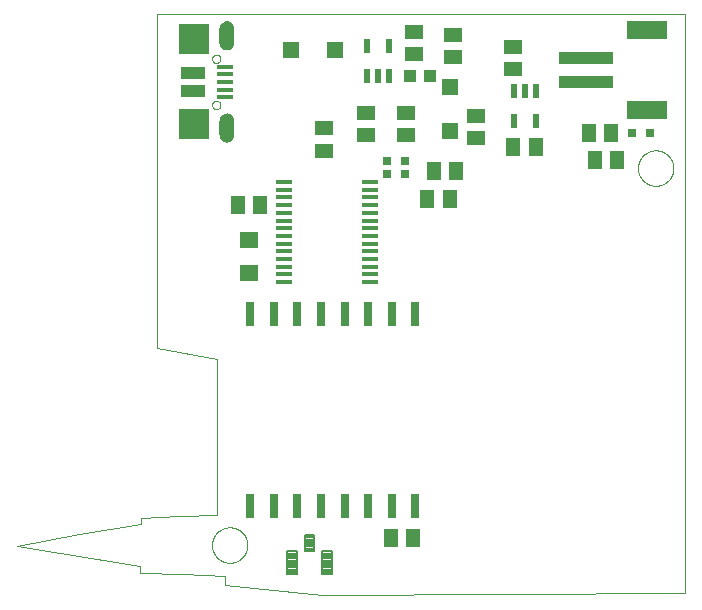
<source format=gtp>
G75*
%MOIN*%
%OFA0B0*%
%FSLAX25Y25*%
%IPPOS*%
%LPD*%
%AMOC8*
5,1,8,0,0,1.08239X$1,22.5*
%
%ADD10C,0.00000*%
%ADD11R,0.05118X0.05906*%
%ADD12R,0.05906X0.05118*%
%ADD13R,0.06299X0.05512*%
%ADD14R,0.03150X0.03150*%
%ADD15R,0.05500X0.01370*%
%ADD16R,0.02165X0.04724*%
%ADD17R,0.18110X0.03937*%
%ADD18R,0.13386X0.06299*%
%ADD19R,0.05512X0.05512*%
%ADD20R,0.04331X0.03937*%
%ADD21C,0.00800*%
%ADD22R,0.03150X0.07874*%
%ADD23R,0.05315X0.01575*%
%ADD24R,0.07874X0.03937*%
%ADD25R,0.09843X0.09843*%
%ADD26C,0.00500*%
D10*
X0005457Y0022435D02*
X0026291Y0026394D01*
X0046791Y0030019D01*
X0046860Y0031852D01*
X0046930Y0032019D01*
X0059694Y0032505D01*
X0072124Y0032991D01*
X0072100Y0032985D02*
X0072125Y0058990D01*
X0072124Y0058963D02*
X0072124Y0084935D01*
X0052124Y0088685D01*
X0052124Y0199797D01*
X0228374Y0199797D01*
X0228374Y0006741D01*
X0167819Y0006394D01*
X0107263Y0006047D01*
X0074902Y0009419D01*
X0074902Y0012574D01*
X0060805Y0013130D01*
X0046707Y0013685D01*
X0046707Y0015908D01*
X0005457Y0022435D01*
X0070553Y0022850D02*
X0070555Y0023003D01*
X0070561Y0023157D01*
X0070571Y0023310D01*
X0070585Y0023462D01*
X0070603Y0023615D01*
X0070625Y0023766D01*
X0070650Y0023917D01*
X0070680Y0024068D01*
X0070714Y0024218D01*
X0070751Y0024366D01*
X0070792Y0024514D01*
X0070837Y0024660D01*
X0070886Y0024806D01*
X0070939Y0024950D01*
X0070995Y0025092D01*
X0071055Y0025233D01*
X0071119Y0025373D01*
X0071186Y0025511D01*
X0071257Y0025647D01*
X0071332Y0025781D01*
X0071409Y0025913D01*
X0071491Y0026043D01*
X0071575Y0026171D01*
X0071663Y0026297D01*
X0071754Y0026420D01*
X0071848Y0026541D01*
X0071946Y0026659D01*
X0072046Y0026775D01*
X0072150Y0026888D01*
X0072256Y0026999D01*
X0072365Y0027107D01*
X0072477Y0027212D01*
X0072591Y0027313D01*
X0072709Y0027412D01*
X0072828Y0027508D01*
X0072950Y0027601D01*
X0073075Y0027690D01*
X0073202Y0027777D01*
X0073331Y0027859D01*
X0073462Y0027939D01*
X0073595Y0028015D01*
X0073730Y0028088D01*
X0073867Y0028157D01*
X0074006Y0028222D01*
X0074146Y0028284D01*
X0074288Y0028342D01*
X0074431Y0028397D01*
X0074576Y0028448D01*
X0074722Y0028495D01*
X0074869Y0028538D01*
X0075017Y0028577D01*
X0075166Y0028613D01*
X0075316Y0028644D01*
X0075467Y0028672D01*
X0075618Y0028696D01*
X0075771Y0028716D01*
X0075923Y0028732D01*
X0076076Y0028744D01*
X0076229Y0028752D01*
X0076382Y0028756D01*
X0076536Y0028756D01*
X0076689Y0028752D01*
X0076842Y0028744D01*
X0076995Y0028732D01*
X0077147Y0028716D01*
X0077300Y0028696D01*
X0077451Y0028672D01*
X0077602Y0028644D01*
X0077752Y0028613D01*
X0077901Y0028577D01*
X0078049Y0028538D01*
X0078196Y0028495D01*
X0078342Y0028448D01*
X0078487Y0028397D01*
X0078630Y0028342D01*
X0078772Y0028284D01*
X0078912Y0028222D01*
X0079051Y0028157D01*
X0079188Y0028088D01*
X0079323Y0028015D01*
X0079456Y0027939D01*
X0079587Y0027859D01*
X0079716Y0027777D01*
X0079843Y0027690D01*
X0079968Y0027601D01*
X0080090Y0027508D01*
X0080209Y0027412D01*
X0080327Y0027313D01*
X0080441Y0027212D01*
X0080553Y0027107D01*
X0080662Y0026999D01*
X0080768Y0026888D01*
X0080872Y0026775D01*
X0080972Y0026659D01*
X0081070Y0026541D01*
X0081164Y0026420D01*
X0081255Y0026297D01*
X0081343Y0026171D01*
X0081427Y0026043D01*
X0081509Y0025913D01*
X0081586Y0025781D01*
X0081661Y0025647D01*
X0081732Y0025511D01*
X0081799Y0025373D01*
X0081863Y0025233D01*
X0081923Y0025092D01*
X0081979Y0024950D01*
X0082032Y0024806D01*
X0082081Y0024660D01*
X0082126Y0024514D01*
X0082167Y0024366D01*
X0082204Y0024218D01*
X0082238Y0024068D01*
X0082268Y0023917D01*
X0082293Y0023766D01*
X0082315Y0023615D01*
X0082333Y0023462D01*
X0082347Y0023310D01*
X0082357Y0023157D01*
X0082363Y0023003D01*
X0082365Y0022850D01*
X0082363Y0022697D01*
X0082357Y0022543D01*
X0082347Y0022390D01*
X0082333Y0022238D01*
X0082315Y0022085D01*
X0082293Y0021934D01*
X0082268Y0021783D01*
X0082238Y0021632D01*
X0082204Y0021482D01*
X0082167Y0021334D01*
X0082126Y0021186D01*
X0082081Y0021040D01*
X0082032Y0020894D01*
X0081979Y0020750D01*
X0081923Y0020608D01*
X0081863Y0020467D01*
X0081799Y0020327D01*
X0081732Y0020189D01*
X0081661Y0020053D01*
X0081586Y0019919D01*
X0081509Y0019787D01*
X0081427Y0019657D01*
X0081343Y0019529D01*
X0081255Y0019403D01*
X0081164Y0019280D01*
X0081070Y0019159D01*
X0080972Y0019041D01*
X0080872Y0018925D01*
X0080768Y0018812D01*
X0080662Y0018701D01*
X0080553Y0018593D01*
X0080441Y0018488D01*
X0080327Y0018387D01*
X0080209Y0018288D01*
X0080090Y0018192D01*
X0079968Y0018099D01*
X0079843Y0018010D01*
X0079716Y0017923D01*
X0079587Y0017841D01*
X0079456Y0017761D01*
X0079323Y0017685D01*
X0079188Y0017612D01*
X0079051Y0017543D01*
X0078912Y0017478D01*
X0078772Y0017416D01*
X0078630Y0017358D01*
X0078487Y0017303D01*
X0078342Y0017252D01*
X0078196Y0017205D01*
X0078049Y0017162D01*
X0077901Y0017123D01*
X0077752Y0017087D01*
X0077602Y0017056D01*
X0077451Y0017028D01*
X0077300Y0017004D01*
X0077147Y0016984D01*
X0076995Y0016968D01*
X0076842Y0016956D01*
X0076689Y0016948D01*
X0076536Y0016944D01*
X0076382Y0016944D01*
X0076229Y0016948D01*
X0076076Y0016956D01*
X0075923Y0016968D01*
X0075771Y0016984D01*
X0075618Y0017004D01*
X0075467Y0017028D01*
X0075316Y0017056D01*
X0075166Y0017087D01*
X0075017Y0017123D01*
X0074869Y0017162D01*
X0074722Y0017205D01*
X0074576Y0017252D01*
X0074431Y0017303D01*
X0074288Y0017358D01*
X0074146Y0017416D01*
X0074006Y0017478D01*
X0073867Y0017543D01*
X0073730Y0017612D01*
X0073595Y0017685D01*
X0073462Y0017761D01*
X0073331Y0017841D01*
X0073202Y0017923D01*
X0073075Y0018010D01*
X0072950Y0018099D01*
X0072828Y0018192D01*
X0072709Y0018288D01*
X0072591Y0018387D01*
X0072477Y0018488D01*
X0072365Y0018593D01*
X0072256Y0018701D01*
X0072150Y0018812D01*
X0072046Y0018925D01*
X0071946Y0019041D01*
X0071848Y0019159D01*
X0071754Y0019280D01*
X0071663Y0019403D01*
X0071575Y0019529D01*
X0071491Y0019657D01*
X0071409Y0019787D01*
X0071332Y0019919D01*
X0071257Y0020053D01*
X0071186Y0020189D01*
X0071119Y0020327D01*
X0071055Y0020467D01*
X0070995Y0020608D01*
X0070939Y0020750D01*
X0070886Y0020894D01*
X0070837Y0021040D01*
X0070792Y0021186D01*
X0070751Y0021334D01*
X0070714Y0021482D01*
X0070680Y0021632D01*
X0070650Y0021783D01*
X0070625Y0021934D01*
X0070603Y0022085D01*
X0070585Y0022238D01*
X0070571Y0022390D01*
X0070561Y0022543D01*
X0070555Y0022697D01*
X0070553Y0022850D01*
X0212539Y0148504D02*
X0212541Y0148657D01*
X0212547Y0148811D01*
X0212557Y0148964D01*
X0212571Y0149116D01*
X0212589Y0149269D01*
X0212611Y0149420D01*
X0212636Y0149571D01*
X0212666Y0149722D01*
X0212700Y0149872D01*
X0212737Y0150020D01*
X0212778Y0150168D01*
X0212823Y0150314D01*
X0212872Y0150460D01*
X0212925Y0150604D01*
X0212981Y0150746D01*
X0213041Y0150887D01*
X0213105Y0151027D01*
X0213172Y0151165D01*
X0213243Y0151301D01*
X0213318Y0151435D01*
X0213395Y0151567D01*
X0213477Y0151697D01*
X0213561Y0151825D01*
X0213649Y0151951D01*
X0213740Y0152074D01*
X0213834Y0152195D01*
X0213932Y0152313D01*
X0214032Y0152429D01*
X0214136Y0152542D01*
X0214242Y0152653D01*
X0214351Y0152761D01*
X0214463Y0152866D01*
X0214577Y0152967D01*
X0214695Y0153066D01*
X0214814Y0153162D01*
X0214936Y0153255D01*
X0215061Y0153344D01*
X0215188Y0153431D01*
X0215317Y0153513D01*
X0215448Y0153593D01*
X0215581Y0153669D01*
X0215716Y0153742D01*
X0215853Y0153811D01*
X0215992Y0153876D01*
X0216132Y0153938D01*
X0216274Y0153996D01*
X0216417Y0154051D01*
X0216562Y0154102D01*
X0216708Y0154149D01*
X0216855Y0154192D01*
X0217003Y0154231D01*
X0217152Y0154267D01*
X0217302Y0154298D01*
X0217453Y0154326D01*
X0217604Y0154350D01*
X0217757Y0154370D01*
X0217909Y0154386D01*
X0218062Y0154398D01*
X0218215Y0154406D01*
X0218368Y0154410D01*
X0218522Y0154410D01*
X0218675Y0154406D01*
X0218828Y0154398D01*
X0218981Y0154386D01*
X0219133Y0154370D01*
X0219286Y0154350D01*
X0219437Y0154326D01*
X0219588Y0154298D01*
X0219738Y0154267D01*
X0219887Y0154231D01*
X0220035Y0154192D01*
X0220182Y0154149D01*
X0220328Y0154102D01*
X0220473Y0154051D01*
X0220616Y0153996D01*
X0220758Y0153938D01*
X0220898Y0153876D01*
X0221037Y0153811D01*
X0221174Y0153742D01*
X0221309Y0153669D01*
X0221442Y0153593D01*
X0221573Y0153513D01*
X0221702Y0153431D01*
X0221829Y0153344D01*
X0221954Y0153255D01*
X0222076Y0153162D01*
X0222195Y0153066D01*
X0222313Y0152967D01*
X0222427Y0152866D01*
X0222539Y0152761D01*
X0222648Y0152653D01*
X0222754Y0152542D01*
X0222858Y0152429D01*
X0222958Y0152313D01*
X0223056Y0152195D01*
X0223150Y0152074D01*
X0223241Y0151951D01*
X0223329Y0151825D01*
X0223413Y0151697D01*
X0223495Y0151567D01*
X0223572Y0151435D01*
X0223647Y0151301D01*
X0223718Y0151165D01*
X0223785Y0151027D01*
X0223849Y0150887D01*
X0223909Y0150746D01*
X0223965Y0150604D01*
X0224018Y0150460D01*
X0224067Y0150314D01*
X0224112Y0150168D01*
X0224153Y0150020D01*
X0224190Y0149872D01*
X0224224Y0149722D01*
X0224254Y0149571D01*
X0224279Y0149420D01*
X0224301Y0149269D01*
X0224319Y0149116D01*
X0224333Y0148964D01*
X0224343Y0148811D01*
X0224349Y0148657D01*
X0224351Y0148504D01*
X0224349Y0148351D01*
X0224343Y0148197D01*
X0224333Y0148044D01*
X0224319Y0147892D01*
X0224301Y0147739D01*
X0224279Y0147588D01*
X0224254Y0147437D01*
X0224224Y0147286D01*
X0224190Y0147136D01*
X0224153Y0146988D01*
X0224112Y0146840D01*
X0224067Y0146694D01*
X0224018Y0146548D01*
X0223965Y0146404D01*
X0223909Y0146262D01*
X0223849Y0146121D01*
X0223785Y0145981D01*
X0223718Y0145843D01*
X0223647Y0145707D01*
X0223572Y0145573D01*
X0223495Y0145441D01*
X0223413Y0145311D01*
X0223329Y0145183D01*
X0223241Y0145057D01*
X0223150Y0144934D01*
X0223056Y0144813D01*
X0222958Y0144695D01*
X0222858Y0144579D01*
X0222754Y0144466D01*
X0222648Y0144355D01*
X0222539Y0144247D01*
X0222427Y0144142D01*
X0222313Y0144041D01*
X0222195Y0143942D01*
X0222076Y0143846D01*
X0221954Y0143753D01*
X0221829Y0143664D01*
X0221702Y0143577D01*
X0221573Y0143495D01*
X0221442Y0143415D01*
X0221309Y0143339D01*
X0221174Y0143266D01*
X0221037Y0143197D01*
X0220898Y0143132D01*
X0220758Y0143070D01*
X0220616Y0143012D01*
X0220473Y0142957D01*
X0220328Y0142906D01*
X0220182Y0142859D01*
X0220035Y0142816D01*
X0219887Y0142777D01*
X0219738Y0142741D01*
X0219588Y0142710D01*
X0219437Y0142682D01*
X0219286Y0142658D01*
X0219133Y0142638D01*
X0218981Y0142622D01*
X0218828Y0142610D01*
X0218675Y0142602D01*
X0218522Y0142598D01*
X0218368Y0142598D01*
X0218215Y0142602D01*
X0218062Y0142610D01*
X0217909Y0142622D01*
X0217757Y0142638D01*
X0217604Y0142658D01*
X0217453Y0142682D01*
X0217302Y0142710D01*
X0217152Y0142741D01*
X0217003Y0142777D01*
X0216855Y0142816D01*
X0216708Y0142859D01*
X0216562Y0142906D01*
X0216417Y0142957D01*
X0216274Y0143012D01*
X0216132Y0143070D01*
X0215992Y0143132D01*
X0215853Y0143197D01*
X0215716Y0143266D01*
X0215581Y0143339D01*
X0215448Y0143415D01*
X0215317Y0143495D01*
X0215188Y0143577D01*
X0215061Y0143664D01*
X0214936Y0143753D01*
X0214814Y0143846D01*
X0214695Y0143942D01*
X0214577Y0144041D01*
X0214463Y0144142D01*
X0214351Y0144247D01*
X0214242Y0144355D01*
X0214136Y0144466D01*
X0214032Y0144579D01*
X0213932Y0144695D01*
X0213834Y0144813D01*
X0213740Y0144934D01*
X0213649Y0145057D01*
X0213561Y0145183D01*
X0213477Y0145311D01*
X0213395Y0145441D01*
X0213318Y0145573D01*
X0213243Y0145707D01*
X0213172Y0145843D01*
X0213105Y0145981D01*
X0213041Y0146121D01*
X0212981Y0146262D01*
X0212925Y0146404D01*
X0212872Y0146548D01*
X0212823Y0146694D01*
X0212778Y0146840D01*
X0212737Y0146988D01*
X0212700Y0147136D01*
X0212666Y0147286D01*
X0212636Y0147437D01*
X0212611Y0147588D01*
X0212589Y0147739D01*
X0212571Y0147892D01*
X0212557Y0148044D01*
X0212547Y0148197D01*
X0212541Y0148351D01*
X0212539Y0148504D01*
X0070603Y0169543D02*
X0070605Y0169617D01*
X0070611Y0169691D01*
X0070621Y0169764D01*
X0070635Y0169837D01*
X0070652Y0169909D01*
X0070674Y0169979D01*
X0070699Y0170049D01*
X0070728Y0170117D01*
X0070761Y0170183D01*
X0070797Y0170248D01*
X0070837Y0170310D01*
X0070879Y0170371D01*
X0070925Y0170429D01*
X0070974Y0170484D01*
X0071026Y0170537D01*
X0071081Y0170587D01*
X0071138Y0170633D01*
X0071198Y0170677D01*
X0071260Y0170717D01*
X0071324Y0170754D01*
X0071390Y0170788D01*
X0071458Y0170818D01*
X0071527Y0170844D01*
X0071598Y0170867D01*
X0071669Y0170885D01*
X0071742Y0170900D01*
X0071815Y0170911D01*
X0071889Y0170918D01*
X0071963Y0170921D01*
X0072036Y0170920D01*
X0072110Y0170915D01*
X0072184Y0170906D01*
X0072257Y0170893D01*
X0072329Y0170876D01*
X0072400Y0170856D01*
X0072470Y0170831D01*
X0072538Y0170803D01*
X0072605Y0170772D01*
X0072670Y0170736D01*
X0072733Y0170698D01*
X0072794Y0170656D01*
X0072853Y0170610D01*
X0072909Y0170562D01*
X0072962Y0170511D01*
X0073012Y0170457D01*
X0073060Y0170400D01*
X0073104Y0170341D01*
X0073146Y0170279D01*
X0073184Y0170216D01*
X0073218Y0170150D01*
X0073249Y0170083D01*
X0073276Y0170014D01*
X0073299Y0169944D01*
X0073319Y0169873D01*
X0073335Y0169800D01*
X0073347Y0169727D01*
X0073355Y0169654D01*
X0073359Y0169580D01*
X0073359Y0169506D01*
X0073355Y0169432D01*
X0073347Y0169359D01*
X0073335Y0169286D01*
X0073319Y0169213D01*
X0073299Y0169142D01*
X0073276Y0169072D01*
X0073249Y0169003D01*
X0073218Y0168936D01*
X0073184Y0168870D01*
X0073146Y0168807D01*
X0073104Y0168745D01*
X0073060Y0168686D01*
X0073012Y0168629D01*
X0072962Y0168575D01*
X0072909Y0168524D01*
X0072853Y0168476D01*
X0072794Y0168430D01*
X0072733Y0168388D01*
X0072670Y0168350D01*
X0072605Y0168314D01*
X0072538Y0168283D01*
X0072470Y0168255D01*
X0072400Y0168230D01*
X0072329Y0168210D01*
X0072257Y0168193D01*
X0072184Y0168180D01*
X0072110Y0168171D01*
X0072036Y0168166D01*
X0071963Y0168165D01*
X0071889Y0168168D01*
X0071815Y0168175D01*
X0071742Y0168186D01*
X0071669Y0168201D01*
X0071598Y0168219D01*
X0071527Y0168242D01*
X0071458Y0168268D01*
X0071390Y0168298D01*
X0071324Y0168332D01*
X0071260Y0168369D01*
X0071198Y0168409D01*
X0071138Y0168453D01*
X0071081Y0168499D01*
X0071026Y0168549D01*
X0070974Y0168602D01*
X0070925Y0168657D01*
X0070879Y0168715D01*
X0070837Y0168776D01*
X0070797Y0168838D01*
X0070761Y0168903D01*
X0070728Y0168969D01*
X0070699Y0169037D01*
X0070674Y0169107D01*
X0070652Y0169177D01*
X0070635Y0169249D01*
X0070621Y0169322D01*
X0070611Y0169395D01*
X0070605Y0169469D01*
X0070603Y0169543D01*
X0065681Y0164819D02*
X0063319Y0164819D01*
X0063242Y0164807D01*
X0063166Y0164792D01*
X0063090Y0164773D01*
X0063016Y0164750D01*
X0062942Y0164724D01*
X0062871Y0164694D01*
X0062800Y0164660D01*
X0062732Y0164624D01*
X0062665Y0164583D01*
X0062600Y0164540D01*
X0062538Y0164494D01*
X0062477Y0164444D01*
X0062420Y0164392D01*
X0062365Y0164336D01*
X0062313Y0164279D01*
X0062263Y0164218D01*
X0062217Y0164156D01*
X0062174Y0164091D01*
X0062134Y0164024D01*
X0062097Y0163955D01*
X0062064Y0163885D01*
X0062034Y0163813D01*
X0062008Y0163739D01*
X0061986Y0163665D01*
X0061967Y0163589D01*
X0061952Y0163513D01*
X0061941Y0163436D01*
X0061933Y0163358D01*
X0061929Y0163280D01*
X0061930Y0163202D01*
X0061933Y0163125D01*
X0061941Y0163047D01*
X0061941Y0163048D02*
X0061933Y0162970D01*
X0061930Y0162893D01*
X0061929Y0162815D01*
X0061933Y0162737D01*
X0061941Y0162659D01*
X0061952Y0162582D01*
X0061967Y0162506D01*
X0061986Y0162430D01*
X0062008Y0162356D01*
X0062034Y0162282D01*
X0062064Y0162210D01*
X0062097Y0162140D01*
X0062134Y0162071D01*
X0062174Y0162004D01*
X0062217Y0161939D01*
X0062263Y0161877D01*
X0062313Y0161816D01*
X0062365Y0161759D01*
X0062420Y0161703D01*
X0062477Y0161651D01*
X0062538Y0161601D01*
X0062600Y0161555D01*
X0062665Y0161512D01*
X0062732Y0161471D01*
X0062800Y0161435D01*
X0062871Y0161401D01*
X0062942Y0161371D01*
X0063016Y0161345D01*
X0063090Y0161322D01*
X0063166Y0161303D01*
X0063242Y0161288D01*
X0063319Y0161276D01*
X0065681Y0161276D01*
X0065682Y0161276D02*
X0065759Y0161288D01*
X0065835Y0161303D01*
X0065911Y0161322D01*
X0065985Y0161345D01*
X0066059Y0161371D01*
X0066130Y0161401D01*
X0066201Y0161435D01*
X0066269Y0161471D01*
X0066336Y0161512D01*
X0066401Y0161555D01*
X0066463Y0161601D01*
X0066524Y0161651D01*
X0066581Y0161703D01*
X0066636Y0161759D01*
X0066688Y0161816D01*
X0066738Y0161877D01*
X0066784Y0161939D01*
X0066827Y0162004D01*
X0066867Y0162071D01*
X0066904Y0162140D01*
X0066937Y0162210D01*
X0066967Y0162282D01*
X0066993Y0162356D01*
X0067015Y0162430D01*
X0067034Y0162506D01*
X0067049Y0162582D01*
X0067060Y0162659D01*
X0067068Y0162737D01*
X0067072Y0162815D01*
X0067071Y0162893D01*
X0067068Y0162970D01*
X0067060Y0163048D01*
X0067060Y0163047D02*
X0067068Y0163125D01*
X0067071Y0163202D01*
X0067072Y0163280D01*
X0067068Y0163358D01*
X0067060Y0163436D01*
X0067049Y0163513D01*
X0067034Y0163589D01*
X0067015Y0163665D01*
X0066993Y0163739D01*
X0066967Y0163813D01*
X0066937Y0163885D01*
X0066904Y0163955D01*
X0066867Y0164024D01*
X0066827Y0164091D01*
X0066784Y0164156D01*
X0066738Y0164218D01*
X0066688Y0164279D01*
X0066636Y0164336D01*
X0066581Y0164392D01*
X0066524Y0164444D01*
X0066463Y0164494D01*
X0066401Y0164540D01*
X0066336Y0164583D01*
X0066269Y0164624D01*
X0066201Y0164660D01*
X0066130Y0164694D01*
X0066059Y0164724D01*
X0065985Y0164750D01*
X0065911Y0164773D01*
X0065835Y0164792D01*
X0065759Y0164807D01*
X0065682Y0164819D01*
X0070603Y0184898D02*
X0070605Y0184972D01*
X0070611Y0185046D01*
X0070621Y0185119D01*
X0070635Y0185192D01*
X0070652Y0185264D01*
X0070674Y0185334D01*
X0070699Y0185404D01*
X0070728Y0185472D01*
X0070761Y0185538D01*
X0070797Y0185603D01*
X0070837Y0185665D01*
X0070879Y0185726D01*
X0070925Y0185784D01*
X0070974Y0185839D01*
X0071026Y0185892D01*
X0071081Y0185942D01*
X0071138Y0185988D01*
X0071198Y0186032D01*
X0071260Y0186072D01*
X0071324Y0186109D01*
X0071390Y0186143D01*
X0071458Y0186173D01*
X0071527Y0186199D01*
X0071598Y0186222D01*
X0071669Y0186240D01*
X0071742Y0186255D01*
X0071815Y0186266D01*
X0071889Y0186273D01*
X0071963Y0186276D01*
X0072036Y0186275D01*
X0072110Y0186270D01*
X0072184Y0186261D01*
X0072257Y0186248D01*
X0072329Y0186231D01*
X0072400Y0186211D01*
X0072470Y0186186D01*
X0072538Y0186158D01*
X0072605Y0186127D01*
X0072670Y0186091D01*
X0072733Y0186053D01*
X0072794Y0186011D01*
X0072853Y0185965D01*
X0072909Y0185917D01*
X0072962Y0185866D01*
X0073012Y0185812D01*
X0073060Y0185755D01*
X0073104Y0185696D01*
X0073146Y0185634D01*
X0073184Y0185571D01*
X0073218Y0185505D01*
X0073249Y0185438D01*
X0073276Y0185369D01*
X0073299Y0185299D01*
X0073319Y0185228D01*
X0073335Y0185155D01*
X0073347Y0185082D01*
X0073355Y0185009D01*
X0073359Y0184935D01*
X0073359Y0184861D01*
X0073355Y0184787D01*
X0073347Y0184714D01*
X0073335Y0184641D01*
X0073319Y0184568D01*
X0073299Y0184497D01*
X0073276Y0184427D01*
X0073249Y0184358D01*
X0073218Y0184291D01*
X0073184Y0184225D01*
X0073146Y0184162D01*
X0073104Y0184100D01*
X0073060Y0184041D01*
X0073012Y0183984D01*
X0072962Y0183930D01*
X0072909Y0183879D01*
X0072853Y0183831D01*
X0072794Y0183785D01*
X0072733Y0183743D01*
X0072670Y0183705D01*
X0072605Y0183669D01*
X0072538Y0183638D01*
X0072470Y0183610D01*
X0072400Y0183585D01*
X0072329Y0183565D01*
X0072257Y0183548D01*
X0072184Y0183535D01*
X0072110Y0183526D01*
X0072036Y0183521D01*
X0071963Y0183520D01*
X0071889Y0183523D01*
X0071815Y0183530D01*
X0071742Y0183541D01*
X0071669Y0183556D01*
X0071598Y0183574D01*
X0071527Y0183597D01*
X0071458Y0183623D01*
X0071390Y0183653D01*
X0071324Y0183687D01*
X0071260Y0183724D01*
X0071198Y0183764D01*
X0071138Y0183808D01*
X0071081Y0183854D01*
X0071026Y0183904D01*
X0070974Y0183957D01*
X0070925Y0184012D01*
X0070879Y0184070D01*
X0070837Y0184131D01*
X0070797Y0184193D01*
X0070761Y0184258D01*
X0070728Y0184324D01*
X0070699Y0184392D01*
X0070674Y0184462D01*
X0070652Y0184532D01*
X0070635Y0184604D01*
X0070621Y0184677D01*
X0070611Y0184750D01*
X0070605Y0184824D01*
X0070603Y0184898D01*
X0065681Y0189622D02*
X0063516Y0189622D01*
X0063442Y0189619D01*
X0063367Y0189620D01*
X0063292Y0189624D01*
X0063217Y0189633D01*
X0063143Y0189645D01*
X0063070Y0189661D01*
X0062997Y0189680D01*
X0062926Y0189703D01*
X0062856Y0189730D01*
X0062787Y0189760D01*
X0062720Y0189794D01*
X0062655Y0189831D01*
X0062592Y0189871D01*
X0062531Y0189914D01*
X0062472Y0189961D01*
X0062416Y0190010D01*
X0062362Y0190062D01*
X0062311Y0190117D01*
X0062262Y0190175D01*
X0062217Y0190234D01*
X0062175Y0190296D01*
X0062136Y0190360D01*
X0062100Y0190426D01*
X0062067Y0190494D01*
X0062038Y0190563D01*
X0062013Y0190634D01*
X0061991Y0190705D01*
X0061973Y0190778D01*
X0061959Y0190852D01*
X0061948Y0190926D01*
X0061941Y0191001D01*
X0061941Y0191000D02*
X0061941Y0191788D01*
X0061941Y0191787D02*
X0061948Y0191862D01*
X0061959Y0191936D01*
X0061973Y0192010D01*
X0061991Y0192083D01*
X0062013Y0192154D01*
X0062038Y0192225D01*
X0062067Y0192294D01*
X0062100Y0192362D01*
X0062136Y0192428D01*
X0062175Y0192492D01*
X0062217Y0192554D01*
X0062262Y0192613D01*
X0062311Y0192671D01*
X0062362Y0192726D01*
X0062416Y0192778D01*
X0062472Y0192827D01*
X0062531Y0192874D01*
X0062592Y0192917D01*
X0062655Y0192957D01*
X0062720Y0192994D01*
X0062787Y0193028D01*
X0062856Y0193058D01*
X0062926Y0193085D01*
X0062997Y0193108D01*
X0063070Y0193127D01*
X0063143Y0193143D01*
X0063217Y0193155D01*
X0063292Y0193164D01*
X0063367Y0193168D01*
X0063442Y0193169D01*
X0063516Y0193166D01*
X0063516Y0193165D02*
X0065681Y0193165D01*
X0065681Y0193166D02*
X0065753Y0193164D01*
X0065825Y0193158D01*
X0065897Y0193149D01*
X0065968Y0193136D01*
X0066038Y0193119D01*
X0066107Y0193099D01*
X0066175Y0193074D01*
X0066241Y0193047D01*
X0066307Y0193016D01*
X0066370Y0192981D01*
X0066432Y0192944D01*
X0066491Y0192903D01*
X0066548Y0192859D01*
X0066603Y0192812D01*
X0066655Y0192762D01*
X0066705Y0192710D01*
X0066752Y0192655D01*
X0066796Y0192598D01*
X0066837Y0192539D01*
X0066874Y0192477D01*
X0066909Y0192414D01*
X0066940Y0192348D01*
X0066967Y0192282D01*
X0066992Y0192214D01*
X0067012Y0192145D01*
X0067029Y0192075D01*
X0067042Y0192004D01*
X0067051Y0191932D01*
X0067057Y0191860D01*
X0067059Y0191788D01*
X0067059Y0191000D01*
X0067057Y0190928D01*
X0067051Y0190856D01*
X0067042Y0190784D01*
X0067029Y0190713D01*
X0067012Y0190643D01*
X0066992Y0190574D01*
X0066967Y0190506D01*
X0066940Y0190440D01*
X0066909Y0190374D01*
X0066874Y0190311D01*
X0066837Y0190249D01*
X0066796Y0190190D01*
X0066752Y0190133D01*
X0066705Y0190078D01*
X0066655Y0190026D01*
X0066603Y0189976D01*
X0066548Y0189929D01*
X0066491Y0189885D01*
X0066432Y0189844D01*
X0066370Y0189807D01*
X0066307Y0189772D01*
X0066241Y0189741D01*
X0066175Y0189714D01*
X0066107Y0189689D01*
X0066038Y0189669D01*
X0065968Y0189652D01*
X0065897Y0189639D01*
X0065825Y0189630D01*
X0065753Y0189624D01*
X0065681Y0189622D01*
D11*
X0079060Y0136185D03*
X0086540Y0136185D03*
X0142237Y0138356D03*
X0149718Y0138356D03*
X0151917Y0147568D03*
X0144437Y0147568D03*
X0170960Y0155419D03*
X0178440Y0155419D03*
X0196060Y0160185D03*
X0203540Y0160185D03*
X0205540Y0151185D03*
X0198060Y0151185D03*
X0137540Y0025185D03*
X0130060Y0025185D03*
D12*
X0107993Y0154278D03*
X0107993Y0161759D03*
X0121991Y0159478D03*
X0121991Y0166958D03*
X0135327Y0166958D03*
X0135327Y0159478D03*
X0158485Y0158445D03*
X0158485Y0165926D03*
X0170800Y0181445D03*
X0170800Y0188926D03*
X0150800Y0185445D03*
X0150800Y0192926D03*
X0137800Y0193926D03*
X0137800Y0186445D03*
D13*
X0082800Y0124697D03*
X0082800Y0113674D03*
D14*
X0129047Y0146585D03*
X0128847Y0150985D03*
X0134753Y0150985D03*
X0134953Y0146585D03*
X0210513Y0160185D03*
X0216419Y0160185D03*
D15*
X0123194Y0143819D03*
X0123194Y0141260D03*
X0123194Y0138701D03*
X0123194Y0136142D03*
X0123194Y0133583D03*
X0123194Y0131024D03*
X0123194Y0128465D03*
X0123194Y0125906D03*
X0123194Y0123347D03*
X0123194Y0120788D03*
X0123194Y0118229D03*
X0123194Y0115670D03*
X0123194Y0113111D03*
X0123194Y0110552D03*
X0094406Y0110552D03*
X0094406Y0113111D03*
X0094406Y0115670D03*
X0094406Y0118229D03*
X0094406Y0120788D03*
X0094406Y0123347D03*
X0094406Y0125906D03*
X0094406Y0128465D03*
X0094406Y0131024D03*
X0094406Y0133583D03*
X0094406Y0136142D03*
X0094406Y0138701D03*
X0094406Y0141260D03*
X0094406Y0143819D03*
D16*
X0122060Y0179067D03*
X0125800Y0179067D03*
X0129540Y0179067D03*
X0129540Y0189304D03*
X0122060Y0189304D03*
X0171060Y0174304D03*
X0174800Y0174304D03*
X0178540Y0174304D03*
X0178540Y0164067D03*
X0171060Y0164067D03*
D17*
X0195233Y0177248D03*
X0195233Y0185122D03*
D18*
X0215706Y0194571D03*
X0215706Y0167800D03*
D19*
X0149800Y0160902D03*
X0149800Y0175469D03*
X0111437Y0187889D03*
X0096870Y0187889D03*
D20*
X0136454Y0179185D03*
X0143146Y0179185D03*
D21*
X0104601Y0026048D02*
X0104601Y0020848D01*
X0101401Y0020848D01*
X0101401Y0026048D01*
X0104601Y0026048D01*
X0104601Y0021608D02*
X0101401Y0021608D01*
X0101401Y0022368D02*
X0104601Y0022368D01*
X0104601Y0023128D02*
X0101401Y0023128D01*
X0101401Y0023888D02*
X0104601Y0023888D01*
X0104601Y0024648D02*
X0101401Y0024648D01*
X0101401Y0025408D02*
X0104601Y0025408D01*
X0110389Y0020999D02*
X0110389Y0013139D01*
X0107189Y0013139D01*
X0107189Y0020999D01*
X0110389Y0020999D01*
X0110389Y0013899D02*
X0107189Y0013899D01*
X0107189Y0014659D02*
X0110389Y0014659D01*
X0110389Y0015419D02*
X0107189Y0015419D01*
X0107189Y0016179D02*
X0110389Y0016179D01*
X0110389Y0016939D02*
X0107189Y0016939D01*
X0107189Y0017699D02*
X0110389Y0017699D01*
X0110389Y0018459D02*
X0107189Y0018459D01*
X0107189Y0019219D02*
X0110389Y0019219D01*
X0110389Y0019979D02*
X0107189Y0019979D01*
X0107189Y0020739D02*
X0110389Y0020739D01*
X0098812Y0020999D02*
X0098812Y0013139D01*
X0095612Y0013139D01*
X0095612Y0020999D01*
X0098812Y0020999D01*
X0098812Y0013899D02*
X0095612Y0013899D01*
X0095612Y0014659D02*
X0098812Y0014659D01*
X0098812Y0015419D02*
X0095612Y0015419D01*
X0095612Y0016179D02*
X0098812Y0016179D01*
X0098812Y0016939D02*
X0095612Y0016939D01*
X0095612Y0017699D02*
X0098812Y0017699D01*
X0098812Y0018459D02*
X0095612Y0018459D01*
X0095612Y0019219D02*
X0098812Y0019219D01*
X0098812Y0019979D02*
X0095612Y0019979D01*
X0095612Y0020739D02*
X0098812Y0020739D01*
D22*
X0098978Y0035956D03*
X0091104Y0035956D03*
X0083230Y0035956D03*
X0106852Y0035956D03*
X0114726Y0035956D03*
X0122600Y0035956D03*
X0130474Y0035956D03*
X0138348Y0035956D03*
X0138348Y0099735D03*
X0130474Y0099735D03*
X0122600Y0099735D03*
X0114726Y0099735D03*
X0106852Y0099735D03*
X0098978Y0099735D03*
X0091104Y0099735D03*
X0083230Y0099735D03*
D23*
X0075032Y0172102D03*
X0075032Y0174662D03*
X0075032Y0177221D03*
X0075032Y0179780D03*
X0075032Y0182339D03*
D24*
X0064107Y0180173D03*
X0064107Y0174268D03*
D25*
X0064500Y0163047D03*
X0064500Y0191394D03*
D26*
X0073359Y0191617D02*
X0077689Y0191617D01*
X0077689Y0192115D02*
X0073359Y0192115D01*
X0073359Y0192614D02*
X0077689Y0192614D01*
X0077689Y0193112D02*
X0073359Y0193112D01*
X0073359Y0193611D02*
X0077689Y0193611D01*
X0077689Y0194109D02*
X0073359Y0194109D01*
X0073359Y0194608D02*
X0077689Y0194608D01*
X0077689Y0194740D02*
X0077665Y0195184D01*
X0077555Y0195614D01*
X0077363Y0196015D01*
X0077096Y0196370D01*
X0076765Y0196666D01*
X0076383Y0196893D01*
X0075964Y0197040D01*
X0075524Y0197102D01*
X0075084Y0197040D01*
X0074665Y0196893D01*
X0074283Y0196666D01*
X0073952Y0196370D01*
X0073685Y0196015D01*
X0073493Y0195614D01*
X0073383Y0195184D01*
X0073359Y0194740D01*
X0073359Y0190410D01*
X0073383Y0189966D01*
X0073493Y0189536D01*
X0073685Y0189135D01*
X0073952Y0188780D01*
X0074283Y0188484D01*
X0074665Y0188257D01*
X0075084Y0188110D01*
X0075524Y0188047D01*
X0076025Y0188126D01*
X0076496Y0188314D01*
X0076914Y0188603D01*
X0077257Y0188977D01*
X0077508Y0189418D01*
X0077655Y0189903D01*
X0077689Y0190410D01*
X0077689Y0194740D01*
X0077669Y0195106D02*
X0073379Y0195106D01*
X0073491Y0195605D02*
X0077557Y0195605D01*
X0077296Y0196103D02*
X0073752Y0196103D01*
X0074211Y0196602D02*
X0076837Y0196602D01*
X0075539Y0197100D02*
X0075509Y0197100D01*
X0073359Y0191118D02*
X0077689Y0191118D01*
X0077689Y0190620D02*
X0073359Y0190620D01*
X0073374Y0190121D02*
X0077670Y0190121D01*
X0077570Y0189623D02*
X0073471Y0189623D01*
X0073694Y0189124D02*
X0077341Y0189124D01*
X0076935Y0188626D02*
X0074124Y0188626D01*
X0075036Y0188127D02*
X0076028Y0188127D01*
X0075524Y0166394D02*
X0075964Y0166331D01*
X0076383Y0166184D01*
X0076765Y0165958D01*
X0077096Y0165661D01*
X0077363Y0165306D01*
X0077555Y0164905D01*
X0077665Y0164475D01*
X0077689Y0164032D01*
X0077689Y0159701D01*
X0077655Y0159195D01*
X0077508Y0158709D01*
X0077257Y0158268D01*
X0076914Y0157894D01*
X0076496Y0157606D01*
X0076025Y0157417D01*
X0075524Y0157339D01*
X0075084Y0157401D01*
X0074665Y0157549D01*
X0074283Y0157775D01*
X0073952Y0158071D01*
X0073685Y0158427D01*
X0073493Y0158827D01*
X0073383Y0159257D01*
X0073359Y0159701D01*
X0073359Y0164032D01*
X0073383Y0164475D01*
X0073493Y0164905D01*
X0073685Y0165306D01*
X0073952Y0165661D01*
X0074283Y0165958D01*
X0074665Y0166184D01*
X0075084Y0166331D01*
X0075524Y0166394D01*
X0074690Y0166193D02*
X0076358Y0166193D01*
X0077059Y0165694D02*
X0073989Y0165694D01*
X0073633Y0165196D02*
X0077415Y0165196D01*
X0077608Y0164697D02*
X0073440Y0164697D01*
X0073368Y0164199D02*
X0077680Y0164199D01*
X0077689Y0163700D02*
X0073359Y0163700D01*
X0073359Y0163202D02*
X0077689Y0163202D01*
X0077689Y0162703D02*
X0073359Y0162703D01*
X0073359Y0162205D02*
X0077689Y0162205D01*
X0077689Y0161706D02*
X0073359Y0161706D01*
X0073359Y0161208D02*
X0077689Y0161208D01*
X0077689Y0160709D02*
X0073359Y0160709D01*
X0073359Y0160211D02*
X0077689Y0160211D01*
X0077689Y0159712D02*
X0073359Y0159712D01*
X0073394Y0159213D02*
X0077656Y0159213D01*
X0077510Y0158715D02*
X0073547Y0158715D01*
X0073843Y0158216D02*
X0077210Y0158216D01*
X0076659Y0157718D02*
X0074379Y0157718D01*
M02*

</source>
